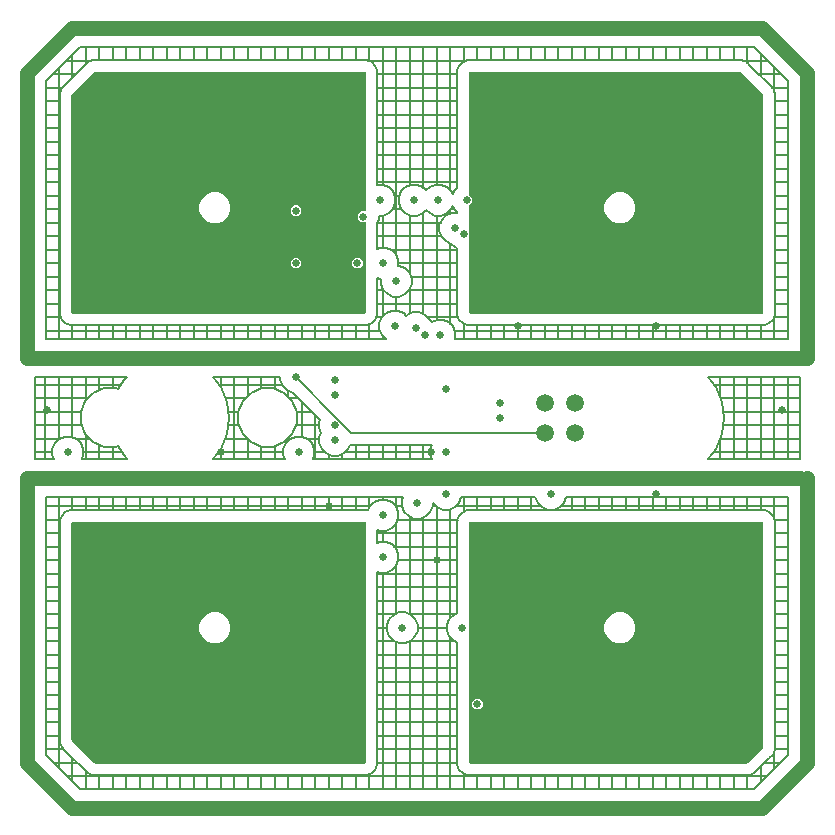
<source format=gbr>
G04 EAGLE Gerber X2 export*
%TF.Part,Single*%
%TF.FileFunction,Copper,L4,Bot,Mixed*%
%TF.FilePolarity,Positive*%
%TF.GenerationSoftware,Autodesk,EAGLE,8.6.0*%
%TF.CreationDate,2018-05-27T13:35:38Z*%
G75*
%MOMM*%
%FSLAX34Y34*%
%LPD*%
%AMOC8*
5,1,8,0,0,1.08239X$1,22.5*%
G01*
%ADD10C,0.654800*%
%ADD11C,1.500000*%
%ADD12C,0.152400*%
%ADD13C,1.270000*%
%ADD14C,0.177800*%

G36*
X628740Y56404D02*
X628740Y56404D01*
X628831Y56411D01*
X628861Y56423D01*
X628893Y56429D01*
X628973Y56471D01*
X629057Y56507D01*
X629089Y56533D01*
X629110Y56544D01*
X629132Y56567D01*
X629188Y56612D01*
X641888Y69312D01*
X641941Y69386D01*
X642001Y69455D01*
X642013Y69485D01*
X642032Y69511D01*
X642059Y69598D01*
X642093Y69683D01*
X642097Y69724D01*
X642104Y69747D01*
X642103Y69779D01*
X642111Y69850D01*
X642111Y260350D01*
X642108Y260370D01*
X642110Y260389D01*
X642088Y260491D01*
X642072Y260593D01*
X642062Y260610D01*
X642058Y260630D01*
X642005Y260719D01*
X641956Y260810D01*
X641942Y260824D01*
X641932Y260841D01*
X641853Y260908D01*
X641778Y260980D01*
X641760Y260988D01*
X641745Y261001D01*
X641649Y261040D01*
X641555Y261083D01*
X641535Y261085D01*
X641517Y261093D01*
X641350Y261111D01*
X393700Y261111D01*
X393680Y261108D01*
X393661Y261110D01*
X393559Y261088D01*
X393457Y261072D01*
X393440Y261062D01*
X393420Y261058D01*
X393331Y261005D01*
X393240Y260956D01*
X393226Y260942D01*
X393209Y260932D01*
X393142Y260853D01*
X393071Y260778D01*
X393062Y260760D01*
X393049Y260745D01*
X393010Y260649D01*
X392967Y260555D01*
X392965Y260535D01*
X392957Y260517D01*
X392939Y260350D01*
X392939Y57150D01*
X392942Y57130D01*
X392940Y57111D01*
X392962Y57009D01*
X392979Y56907D01*
X392988Y56890D01*
X392992Y56870D01*
X393045Y56781D01*
X393094Y56690D01*
X393108Y56676D01*
X393118Y56659D01*
X393197Y56592D01*
X393272Y56521D01*
X393290Y56512D01*
X393305Y56499D01*
X393401Y56460D01*
X393495Y56417D01*
X393515Y56415D01*
X393533Y56407D01*
X393700Y56389D01*
X628650Y56389D01*
X628740Y56404D01*
G37*
G36*
X304820Y56392D02*
X304820Y56392D01*
X304839Y56390D01*
X304941Y56412D01*
X305043Y56429D01*
X305060Y56438D01*
X305080Y56442D01*
X305169Y56495D01*
X305260Y56544D01*
X305274Y56558D01*
X305291Y56568D01*
X305358Y56647D01*
X305430Y56722D01*
X305438Y56740D01*
X305451Y56755D01*
X305490Y56851D01*
X305533Y56945D01*
X305535Y56965D01*
X305543Y56983D01*
X305561Y57150D01*
X305561Y260350D01*
X305558Y260370D01*
X305560Y260389D01*
X305538Y260491D01*
X305522Y260593D01*
X305512Y260610D01*
X305508Y260630D01*
X305455Y260719D01*
X305406Y260810D01*
X305392Y260824D01*
X305382Y260841D01*
X305303Y260908D01*
X305228Y260980D01*
X305210Y260988D01*
X305195Y261001D01*
X305099Y261040D01*
X305005Y261083D01*
X304985Y261085D01*
X304967Y261093D01*
X304800Y261111D01*
X57150Y261111D01*
X57130Y261108D01*
X57111Y261110D01*
X57009Y261088D01*
X56907Y261072D01*
X56890Y261062D01*
X56870Y261058D01*
X56781Y261005D01*
X56690Y260956D01*
X56676Y260942D01*
X56659Y260932D01*
X56592Y260853D01*
X56521Y260778D01*
X56512Y260760D01*
X56499Y260745D01*
X56460Y260649D01*
X56417Y260555D01*
X56415Y260535D01*
X56407Y260517D01*
X56389Y260350D01*
X56389Y76200D01*
X56404Y76110D01*
X56411Y76019D01*
X56423Y75989D01*
X56429Y75957D01*
X56471Y75877D01*
X56507Y75793D01*
X56533Y75761D01*
X56544Y75740D01*
X56567Y75718D01*
X56582Y75699D01*
X56587Y75690D01*
X56593Y75685D01*
X56612Y75662D01*
X75662Y56612D01*
X75736Y56559D01*
X75805Y56499D01*
X75835Y56487D01*
X75861Y56468D01*
X75948Y56441D01*
X76033Y56407D01*
X76074Y56403D01*
X76097Y56396D01*
X76129Y56397D01*
X76200Y56389D01*
X304800Y56389D01*
X304820Y56392D01*
G37*
G36*
X641370Y437392D02*
X641370Y437392D01*
X641389Y437390D01*
X641491Y437412D01*
X641593Y437429D01*
X641610Y437438D01*
X641630Y437442D01*
X641719Y437495D01*
X641810Y437544D01*
X641824Y437558D01*
X641841Y437568D01*
X641908Y437647D01*
X641980Y437722D01*
X641988Y437740D01*
X642001Y437755D01*
X642040Y437851D01*
X642083Y437945D01*
X642085Y437965D01*
X642093Y437983D01*
X642111Y438150D01*
X642111Y622300D01*
X642097Y622390D01*
X642089Y622481D01*
X642077Y622511D01*
X642072Y622543D01*
X642029Y622623D01*
X641993Y622707D01*
X641967Y622739D01*
X641956Y622760D01*
X641933Y622782D01*
X641888Y622838D01*
X622838Y641888D01*
X622764Y641941D01*
X622695Y642001D01*
X622665Y642013D01*
X622639Y642032D01*
X622552Y642059D01*
X622467Y642093D01*
X622426Y642097D01*
X622403Y642104D01*
X622371Y642103D01*
X622300Y642111D01*
X393700Y642111D01*
X393680Y642108D01*
X393661Y642110D01*
X393559Y642088D01*
X393457Y642072D01*
X393440Y642062D01*
X393420Y642058D01*
X393331Y642005D01*
X393240Y641956D01*
X393226Y641942D01*
X393209Y641932D01*
X393142Y641853D01*
X393071Y641778D01*
X393062Y641760D01*
X393049Y641745D01*
X393010Y641649D01*
X392967Y641555D01*
X392965Y641535D01*
X392957Y641517D01*
X392939Y641350D01*
X392939Y538364D01*
X392954Y538274D01*
X392961Y538183D01*
X392973Y538153D01*
X392979Y538121D01*
X393021Y538040D01*
X393057Y537956D01*
X393083Y537924D01*
X393094Y537904D01*
X393117Y537881D01*
X393162Y537826D01*
X395705Y535283D01*
X395705Y531517D01*
X393162Y528974D01*
X393109Y528901D01*
X393049Y528831D01*
X393037Y528801D01*
X393018Y528775D01*
X392991Y528688D01*
X392957Y528603D01*
X392953Y528562D01*
X392946Y528540D01*
X392947Y528507D01*
X392939Y528436D01*
X392939Y506879D01*
X392954Y506789D01*
X392961Y506698D01*
X392973Y506668D01*
X392979Y506636D01*
X393021Y506556D01*
X393057Y506472D01*
X393083Y506440D01*
X393094Y506419D01*
X393117Y506397D01*
X393162Y506341D01*
X393165Y506338D01*
X393165Y502573D01*
X393162Y502570D01*
X393109Y502496D01*
X393049Y502426D01*
X393037Y502396D01*
X393018Y502370D01*
X392991Y502283D01*
X392957Y502198D01*
X392953Y502157D01*
X392946Y502135D01*
X392947Y502103D01*
X392939Y502032D01*
X392939Y438150D01*
X392942Y438130D01*
X392940Y438111D01*
X392962Y438009D01*
X392979Y437907D01*
X392988Y437890D01*
X392992Y437870D01*
X393045Y437781D01*
X393094Y437690D01*
X393108Y437676D01*
X393118Y437659D01*
X393197Y437592D01*
X393272Y437521D01*
X393290Y437512D01*
X393305Y437499D01*
X393401Y437460D01*
X393495Y437417D01*
X393515Y437415D01*
X393533Y437407D01*
X393700Y437389D01*
X641350Y437389D01*
X641370Y437392D01*
G37*
G36*
X304820Y437392D02*
X304820Y437392D01*
X304839Y437390D01*
X304941Y437412D01*
X305043Y437429D01*
X305060Y437438D01*
X305080Y437442D01*
X305169Y437495D01*
X305260Y437544D01*
X305274Y437558D01*
X305291Y437568D01*
X305358Y437647D01*
X305430Y437722D01*
X305438Y437740D01*
X305451Y437755D01*
X305490Y437851D01*
X305533Y437945D01*
X305535Y437965D01*
X305543Y437983D01*
X305561Y438150D01*
X305561Y514153D01*
X305558Y514173D01*
X305560Y514193D01*
X305538Y514294D01*
X305522Y514396D01*
X305512Y514414D01*
X305508Y514433D01*
X305455Y514522D01*
X305406Y514613D01*
X305392Y514627D01*
X305382Y514644D01*
X305303Y514712D01*
X305228Y514783D01*
X305210Y514791D01*
X305195Y514804D01*
X305099Y514843D01*
X305005Y514886D01*
X304985Y514889D01*
X304967Y514896D01*
X304800Y514915D01*
X301647Y514915D01*
X298985Y517577D01*
X298985Y521342D01*
X301647Y524004D01*
X304800Y524004D01*
X304820Y524007D01*
X304839Y524005D01*
X304941Y524027D01*
X305043Y524044D01*
X305060Y524053D01*
X305080Y524057D01*
X305169Y524110D01*
X305260Y524159D01*
X305274Y524173D01*
X305291Y524183D01*
X305358Y524262D01*
X305430Y524337D01*
X305438Y524355D01*
X305451Y524370D01*
X305490Y524467D01*
X305533Y524560D01*
X305535Y524580D01*
X305543Y524599D01*
X305561Y524765D01*
X305561Y641350D01*
X305558Y641370D01*
X305560Y641389D01*
X305538Y641491D01*
X305522Y641593D01*
X305512Y641610D01*
X305508Y641630D01*
X305455Y641719D01*
X305406Y641810D01*
X305392Y641824D01*
X305382Y641841D01*
X305303Y641908D01*
X305228Y641980D01*
X305210Y641988D01*
X305195Y642001D01*
X305099Y642040D01*
X305005Y642083D01*
X304985Y642085D01*
X304967Y642093D01*
X304800Y642111D01*
X76200Y642111D01*
X76110Y642097D01*
X76019Y642089D01*
X75989Y642077D01*
X75957Y642072D01*
X75877Y642029D01*
X75793Y641993D01*
X75761Y641967D01*
X75740Y641956D01*
X75718Y641933D01*
X75662Y641888D01*
X56612Y622838D01*
X56559Y622764D01*
X56499Y622695D01*
X56487Y622665D01*
X56468Y622639D01*
X56441Y622552D01*
X56407Y622467D01*
X56403Y622426D01*
X56396Y622403D01*
X56397Y622371D01*
X56389Y622300D01*
X56389Y438150D01*
X56392Y438130D01*
X56390Y438111D01*
X56412Y438009D01*
X56429Y437907D01*
X56438Y437890D01*
X56442Y437870D01*
X56495Y437781D01*
X56544Y437690D01*
X56558Y437676D01*
X56568Y437659D01*
X56647Y437592D01*
X56722Y437521D01*
X56740Y437512D01*
X56755Y437499D01*
X56851Y437460D01*
X56945Y437417D01*
X56965Y437415D01*
X56983Y437407D01*
X57150Y437389D01*
X304800Y437389D01*
X304820Y437392D01*
G37*
%LPC*%
G36*
X175206Y514009D02*
X175206Y514009D01*
X170413Y515995D01*
X166745Y519663D01*
X164759Y524456D01*
X164759Y529644D01*
X166745Y534437D01*
X170413Y538105D01*
X175206Y540091D01*
X180394Y540091D01*
X185187Y538105D01*
X188855Y534437D01*
X190841Y529644D01*
X190841Y524456D01*
X188855Y519663D01*
X185187Y515995D01*
X180394Y514009D01*
X175206Y514009D01*
G37*
%LPD*%
%LPC*%
G36*
X518106Y514009D02*
X518106Y514009D01*
X513313Y515995D01*
X509645Y519663D01*
X507659Y524456D01*
X507659Y529644D01*
X509645Y534437D01*
X513313Y538105D01*
X518106Y540091D01*
X523294Y540091D01*
X528087Y538105D01*
X531755Y534437D01*
X533741Y529644D01*
X533741Y524456D01*
X531755Y519663D01*
X528087Y515995D01*
X523294Y514009D01*
X518106Y514009D01*
G37*
%LPD*%
%LPC*%
G36*
X518106Y158409D02*
X518106Y158409D01*
X513313Y160395D01*
X509645Y164063D01*
X507659Y168856D01*
X507659Y174044D01*
X509645Y178837D01*
X513313Y182505D01*
X518106Y184491D01*
X523294Y184491D01*
X528087Y182505D01*
X531755Y178837D01*
X533741Y174044D01*
X533741Y168856D01*
X531755Y164063D01*
X528087Y160395D01*
X523294Y158409D01*
X518106Y158409D01*
G37*
%LPD*%
%LPC*%
G36*
X175206Y158409D02*
X175206Y158409D01*
X170413Y160395D01*
X166745Y164063D01*
X164759Y168856D01*
X164759Y174044D01*
X166745Y178837D01*
X170413Y182505D01*
X175206Y184491D01*
X180394Y184491D01*
X185187Y182505D01*
X188855Y178837D01*
X190841Y174044D01*
X190841Y168856D01*
X188855Y164063D01*
X185187Y160395D01*
X180394Y158409D01*
X175206Y158409D01*
G37*
%LPD*%
%LPC*%
G36*
X244497Y519965D02*
X244497Y519965D01*
X241835Y522627D01*
X241835Y526393D01*
X244497Y529055D01*
X248263Y529055D01*
X250925Y526393D01*
X250925Y522627D01*
X248263Y519965D01*
X244497Y519965D01*
G37*
%LPD*%
%LPC*%
G36*
X296567Y475515D02*
X296567Y475515D01*
X293905Y478177D01*
X293905Y481943D01*
X296567Y484605D01*
X300333Y484605D01*
X302995Y481943D01*
X302995Y478177D01*
X300333Y475515D01*
X296567Y475515D01*
G37*
%LPD*%
%LPC*%
G36*
X244497Y475515D02*
X244497Y475515D01*
X241835Y478177D01*
X241835Y481943D01*
X244497Y484605D01*
X248263Y484605D01*
X250925Y481943D01*
X250925Y478177D01*
X248263Y475515D01*
X244497Y475515D01*
G37*
%LPD*%
%LPC*%
G36*
X398167Y102135D02*
X398167Y102135D01*
X395505Y104797D01*
X395505Y108563D01*
X398167Y111225D01*
X401933Y111225D01*
X404595Y108563D01*
X404595Y104797D01*
X401933Y102135D01*
X398167Y102135D01*
G37*
%LPD*%
D10*
X381000Y509457D03*
X336550Y171450D03*
X388620Y504455D03*
X387350Y171450D03*
X320040Y231140D03*
X373380Y284480D03*
X400050Y106680D03*
X373380Y320040D03*
X53340Y320040D03*
X248920Y320040D03*
X320040Y266700D03*
X320040Y480060D03*
X330200Y426720D03*
D11*
X482600Y336550D03*
D10*
X373380Y373380D03*
X391160Y533400D03*
X462280Y284480D03*
X303530Y519459D03*
X346445Y533400D03*
X331470Y464820D03*
X367056Y533400D03*
X347980Y425450D03*
X349230Y276880D03*
X298450Y480060D03*
X317500Y533400D03*
X246380Y524510D03*
X246380Y480060D03*
D11*
X457200Y336550D03*
D10*
X246154Y383540D03*
D12*
X281488Y348206D02*
X281598Y348206D01*
X281488Y348206D02*
X246154Y383540D01*
X293254Y336550D02*
X457200Y336550D01*
X293254Y336550D02*
X281598Y348206D01*
D13*
X57150Y679450D02*
X641350Y679450D01*
X679450Y641350D01*
X57150Y679450D02*
X19050Y641350D01*
X19050Y400050D01*
X76200Y400050D01*
X190500Y400050D01*
X279400Y400050D01*
X679450Y400050D01*
X679450Y641350D01*
D12*
X190500Y400050D02*
X189865Y399415D01*
X190500Y398780D01*
D10*
X279400Y381000D03*
X279400Y400050D03*
X419100Y361950D03*
X419100Y444500D03*
X279400Y342900D03*
X254000Y444500D03*
X279400Y330200D03*
X254000Y254000D03*
D13*
X57150Y19050D02*
X641350Y19050D01*
X57150Y19050D02*
X19050Y57150D01*
X19050Y298450D01*
X292100Y298450D01*
X673100Y298450D01*
X679450Y298450D02*
X679450Y57150D01*
X641350Y19050D01*
D10*
X279400Y368300D03*
X292100Y298450D03*
X419100Y349250D03*
X419100Y254000D03*
X355600Y419100D03*
X368300Y419100D03*
D11*
X457200Y361950D03*
X482600Y361950D03*
D14*
X475333Y282321D02*
X475333Y281884D01*
X475333Y282321D02*
X663321Y282321D01*
X663321Y63831D01*
X634669Y35179D01*
X63831Y35179D01*
X35179Y63831D01*
X35179Y282321D01*
X337355Y282321D01*
X336177Y279476D01*
X336177Y274284D01*
X338164Y269486D01*
X341836Y265814D01*
X346634Y263827D01*
X351826Y263827D01*
X356624Y265814D01*
X360296Y269486D01*
X362283Y274284D01*
X362283Y277161D01*
X362314Y277086D01*
X365986Y273414D01*
X370784Y271427D01*
X375976Y271427D01*
X380774Y273414D01*
X384446Y277086D01*
X386433Y281884D01*
X386433Y282321D01*
X449227Y282321D01*
X449227Y281884D01*
X451214Y277086D01*
X454886Y273414D01*
X459684Y271427D01*
X464876Y271427D01*
X469674Y273414D01*
X473346Y277086D01*
X475333Y281884D01*
X333093Y269296D02*
X333093Y264104D01*
X333093Y269296D02*
X331106Y274094D01*
X327434Y277766D01*
X322636Y279753D01*
X317444Y279753D01*
X312646Y277766D01*
X308974Y274094D01*
X307538Y270626D01*
X306897Y270891D01*
X55053Y270891D01*
X51179Y269286D01*
X48214Y266321D01*
X46609Y262447D01*
X46609Y74103D01*
X48214Y70229D01*
X51179Y67264D01*
X70229Y48214D01*
X74103Y46609D01*
X306897Y46609D01*
X310771Y48214D01*
X313736Y51179D01*
X315341Y55053D01*
X315341Y218958D01*
X317444Y218087D01*
X322636Y218087D01*
X327434Y220074D01*
X331106Y223746D01*
X333093Y228544D01*
X333093Y233736D01*
X331106Y238534D01*
X327434Y242206D01*
X322636Y244193D01*
X317444Y244193D01*
X315341Y243322D01*
X315341Y254518D01*
X317444Y253647D01*
X322636Y253647D01*
X327434Y255634D01*
X331106Y259306D01*
X333093Y264104D01*
X349603Y174046D02*
X349603Y168854D01*
X349603Y174046D02*
X347616Y178844D01*
X343944Y182516D01*
X339146Y184503D01*
X333954Y184503D01*
X329156Y182516D01*
X325484Y178844D01*
X323497Y174046D01*
X323497Y168854D01*
X325484Y164056D01*
X329156Y160384D01*
X333954Y158397D01*
X339146Y158397D01*
X343944Y160384D01*
X347616Y164056D01*
X349603Y168854D01*
X626553Y46609D02*
X630747Y46609D01*
X634621Y48214D01*
X647321Y60914D01*
X650286Y63879D01*
X651891Y67753D01*
X651891Y262447D01*
X650286Y266321D01*
X647321Y269286D01*
X643447Y270891D01*
X391603Y270891D01*
X387729Y269286D01*
X384764Y266321D01*
X383159Y262447D01*
X383159Y183842D01*
X379956Y182516D01*
X376284Y178844D01*
X374297Y174046D01*
X374297Y168854D01*
X376284Y164056D01*
X379956Y160384D01*
X383159Y159058D01*
X383159Y55053D01*
X384764Y51179D01*
X387729Y48214D01*
X391603Y46609D01*
X395797Y46609D01*
X626553Y46609D01*
X260786Y314579D02*
X261973Y317444D01*
X261973Y322636D01*
X259986Y327434D01*
X256314Y331106D01*
X251516Y333093D01*
X246324Y333093D01*
X241526Y331106D01*
X237854Y327434D01*
X235867Y322636D01*
X235867Y317444D01*
X237054Y314579D01*
X175885Y314579D01*
X182779Y323053D01*
X182779Y323053D01*
X188249Y335647D01*
X188249Y335647D01*
X190119Y349250D01*
X188249Y362853D01*
X188249Y362853D01*
X182779Y375447D01*
X182779Y375447D01*
X175885Y383921D01*
X233101Y383921D01*
X233101Y380944D01*
X235088Y376146D01*
X238760Y372474D01*
X243558Y370487D01*
X244300Y370487D01*
X267209Y347578D01*
X266347Y345496D01*
X266347Y340304D01*
X267902Y336550D01*
X266347Y332796D01*
X266347Y327604D01*
X268334Y322806D01*
X272006Y319134D01*
X276804Y317147D01*
X281996Y317147D01*
X286794Y319134D01*
X290466Y322806D01*
X291792Y326009D01*
X361724Y326009D01*
X360327Y322636D01*
X360327Y317444D01*
X361514Y314579D01*
X288892Y314579D01*
X260786Y314579D01*
X247029Y344321D02*
X247029Y354179D01*
X243257Y363286D01*
X236286Y370257D01*
X227179Y374029D01*
X217321Y374029D01*
X208214Y370257D01*
X201243Y363286D01*
X197471Y354179D01*
X197471Y344321D01*
X201243Y335214D01*
X208214Y328243D01*
X217321Y324471D01*
X227179Y324471D01*
X236286Y328243D01*
X243257Y335214D01*
X247029Y344321D01*
X601879Y323053D02*
X601879Y323053D01*
X607349Y335647D01*
X607349Y335647D01*
X609219Y349250D01*
X607349Y362853D01*
X607349Y362853D01*
X601879Y375447D01*
X601879Y375447D01*
X594985Y383921D01*
X673100Y383921D01*
X673100Y314579D01*
X594985Y314579D01*
X601879Y323053D01*
X187292Y416179D02*
X35179Y416179D01*
X35179Y634669D01*
X63831Y663321D01*
X634669Y663321D01*
X663321Y634669D01*
X663321Y416179D01*
X381219Y416179D01*
X381353Y416504D01*
X381353Y421696D01*
X379366Y426494D01*
X375694Y430166D01*
X370896Y432153D01*
X365704Y432153D01*
X361950Y430598D01*
X359567Y431585D01*
X359046Y432844D01*
X355374Y436516D01*
X350576Y438503D01*
X345384Y438503D01*
X340586Y436516D01*
X339725Y435655D01*
X337594Y437786D01*
X332796Y439773D01*
X327604Y439773D01*
X322806Y437786D01*
X319134Y434114D01*
X317147Y429316D01*
X317147Y424124D01*
X319134Y419326D01*
X322281Y416179D01*
X276192Y416179D01*
X187292Y416179D01*
X373606Y520522D02*
X378404Y522510D01*
X373606Y520522D02*
X369934Y516851D01*
X367947Y512053D01*
X367947Y506860D01*
X369934Y502063D01*
X373606Y498391D01*
X378077Y496539D01*
X381226Y493390D01*
X383159Y492589D01*
X383159Y436053D01*
X384764Y432179D01*
X387729Y429214D01*
X391603Y427609D01*
X643447Y427609D01*
X647321Y429214D01*
X650286Y432179D01*
X651891Y436053D01*
X651891Y624397D01*
X650286Y628271D01*
X631236Y647321D01*
X631236Y647321D01*
X628271Y650286D01*
X624397Y651891D01*
X391603Y651891D01*
X387729Y650286D01*
X384764Y647321D01*
X383159Y643447D01*
X383159Y543859D01*
X380094Y540794D01*
X379108Y538413D01*
X378122Y540794D01*
X374450Y544466D01*
X369652Y546453D01*
X364460Y546453D01*
X359662Y544466D01*
X356750Y541554D01*
X353839Y544466D01*
X349041Y546453D01*
X343848Y546453D01*
X339051Y544466D01*
X335379Y540794D01*
X333392Y535996D01*
X333392Y530804D01*
X335379Y526006D01*
X339051Y522334D01*
X343848Y520347D01*
X349041Y520347D01*
X353839Y522334D01*
X356750Y525246D01*
X359662Y522334D01*
X364460Y520347D01*
X369652Y520347D01*
X374450Y522334D01*
X378122Y526006D01*
X379108Y528387D01*
X380094Y526006D01*
X383159Y522941D01*
X383159Y522510D01*
X378404Y522510D01*
X316583Y520347D02*
X316583Y516863D01*
X316583Y520347D02*
X320096Y520347D01*
X324894Y522334D01*
X328566Y526006D01*
X330553Y530804D01*
X330553Y535996D01*
X328566Y540794D01*
X324894Y544466D01*
X320096Y546453D01*
X315341Y546453D01*
X315341Y643447D01*
X313736Y647321D01*
X310771Y650286D01*
X306897Y651891D01*
X74103Y651891D01*
X70229Y650286D01*
X48214Y628271D01*
X46609Y624397D01*
X46609Y436053D01*
X48214Y432179D01*
X51179Y429214D01*
X55053Y427609D01*
X306897Y427609D01*
X310771Y429214D01*
X313736Y432179D01*
X315341Y436053D01*
X315341Y467878D01*
X317444Y467007D01*
X318417Y467007D01*
X318417Y462224D01*
X320404Y457426D01*
X324076Y453754D01*
X328874Y451767D01*
X334066Y451767D01*
X338864Y453754D01*
X342536Y457426D01*
X344523Y462224D01*
X344523Y467416D01*
X342536Y472214D01*
X338864Y475886D01*
X334066Y477873D01*
X333093Y477873D01*
X333093Y482656D01*
X331106Y487454D01*
X327434Y491126D01*
X322636Y493113D01*
X317444Y493113D01*
X315341Y492242D01*
X315341Y513864D01*
X316583Y516863D01*
X103643Y383921D02*
X25400Y383921D01*
X100589Y381069D02*
X103643Y383921D01*
X100589Y381069D02*
X100589Y381069D01*
X95810Y373209D01*
X93829Y374029D01*
X83971Y374029D01*
X74864Y370257D01*
X67893Y363286D01*
X64121Y354179D01*
X64121Y344321D01*
X67893Y335214D01*
X74864Y328243D01*
X83971Y324471D01*
X93829Y324471D01*
X95810Y325291D01*
X100589Y317431D01*
X100589Y317431D01*
X100589Y317431D01*
X103643Y314579D01*
X65206Y314579D01*
X66393Y317444D01*
X66393Y322636D01*
X64406Y327434D01*
X60734Y331106D01*
X55936Y333093D01*
X50744Y333093D01*
X45946Y331106D01*
X42274Y327434D01*
X40287Y322636D01*
X40287Y317444D01*
X41474Y314579D01*
X25400Y314579D01*
X25400Y383921D01*
X53290Y45720D02*
X645210Y45720D01*
X61293Y57150D02*
X41860Y57150D01*
X315341Y57150D02*
X383159Y57150D01*
X643557Y57150D02*
X656640Y57150D01*
X49863Y68580D02*
X35179Y68580D01*
X315341Y68580D02*
X383159Y68580D01*
X651891Y68580D02*
X663321Y68580D01*
X46609Y80010D02*
X35179Y80010D01*
X315341Y80010D02*
X383159Y80010D01*
X651891Y80010D02*
X663321Y80010D01*
X46609Y91440D02*
X35179Y91440D01*
X315341Y91440D02*
X383159Y91440D01*
X651891Y91440D02*
X663321Y91440D01*
X46609Y102870D02*
X35179Y102870D01*
X315341Y102870D02*
X383159Y102870D01*
X651891Y102870D02*
X663321Y102870D01*
X46609Y114300D02*
X35179Y114300D01*
X315341Y114300D02*
X383159Y114300D01*
X651891Y114300D02*
X663321Y114300D01*
X46609Y125730D02*
X35179Y125730D01*
X315341Y125730D02*
X383159Y125730D01*
X651891Y125730D02*
X663321Y125730D01*
X46609Y137160D02*
X35179Y137160D01*
X315341Y137160D02*
X383159Y137160D01*
X651891Y137160D02*
X663321Y137160D01*
X46609Y148590D02*
X35179Y148590D01*
X315341Y148590D02*
X383159Y148590D01*
X651891Y148590D02*
X663321Y148590D01*
X46609Y160020D02*
X35179Y160020D01*
X315341Y160020D02*
X330035Y160020D01*
X343065Y160020D02*
X380835Y160020D01*
X651891Y160020D02*
X663321Y160020D01*
X46609Y171450D02*
X35179Y171450D01*
X315341Y171450D02*
X323497Y171450D01*
X349603Y171450D02*
X374297Y171450D01*
X651891Y171450D02*
X663321Y171450D01*
X46609Y182880D02*
X35179Y182880D01*
X315341Y182880D02*
X330035Y182880D01*
X343065Y182880D02*
X380835Y182880D01*
X651891Y182880D02*
X663321Y182880D01*
X46609Y194310D02*
X35179Y194310D01*
X315341Y194310D02*
X383159Y194310D01*
X651891Y194310D02*
X663321Y194310D01*
X46609Y205740D02*
X35179Y205740D01*
X315341Y205740D02*
X383159Y205740D01*
X651891Y205740D02*
X663321Y205740D01*
X46609Y217170D02*
X35179Y217170D01*
X315341Y217170D02*
X383159Y217170D01*
X651891Y217170D02*
X663321Y217170D01*
X46609Y228600D02*
X35179Y228600D01*
X333093Y228600D02*
X383159Y228600D01*
X651891Y228600D02*
X663321Y228600D01*
X46609Y240030D02*
X35179Y240030D01*
X329610Y240030D02*
X383159Y240030D01*
X651891Y240030D02*
X663321Y240030D01*
X46609Y251460D02*
X35179Y251460D01*
X315341Y251460D02*
X383159Y251460D01*
X651891Y251460D02*
X663321Y251460D01*
X46793Y262890D02*
X35179Y262890D01*
X332590Y262890D02*
X383343Y262890D01*
X651707Y262890D02*
X663321Y262890D01*
X309200Y274320D02*
X35179Y274320D01*
X330880Y274320D02*
X336177Y274320D01*
X362283Y274320D02*
X365080Y274320D01*
X381680Y274320D02*
X453980Y274320D01*
X470580Y274320D02*
X663321Y274320D01*
X40287Y320040D02*
X25400Y320040D01*
X66393Y320040D02*
X99003Y320040D01*
X180328Y320040D02*
X235867Y320040D01*
X261973Y320040D02*
X271100Y320040D01*
X287700Y320040D02*
X360327Y320040D01*
X599428Y320040D02*
X673100Y320040D01*
X46825Y331470D02*
X25400Y331470D01*
X59855Y331470D02*
X71637Y331470D01*
X186435Y331470D02*
X204987Y331470D01*
X239513Y331470D02*
X242405Y331470D01*
X255435Y331470D02*
X266347Y331470D01*
X605535Y331470D02*
X673100Y331470D01*
X64710Y342900D02*
X25400Y342900D01*
X189246Y342900D02*
X198060Y342900D01*
X246440Y342900D02*
X266347Y342900D01*
X608346Y342900D02*
X673100Y342900D01*
X64184Y354330D02*
X25400Y354330D01*
X189421Y354330D02*
X197534Y354330D01*
X246966Y354330D02*
X260457Y354330D01*
X608521Y354330D02*
X673100Y354330D01*
X70367Y365760D02*
X25400Y365760D01*
X186987Y365760D02*
X203717Y365760D01*
X240783Y365760D02*
X249027Y365760D01*
X606087Y365760D02*
X673100Y365760D01*
X98231Y377190D02*
X25400Y377190D01*
X181361Y377190D02*
X234656Y377190D01*
X600461Y377190D02*
X673100Y377190D01*
X317650Y422910D02*
X35179Y422910D01*
X380850Y422910D02*
X663321Y422910D01*
X47319Y434340D02*
X35179Y434340D01*
X314631Y434340D02*
X319360Y434340D01*
X357550Y434340D02*
X383869Y434340D01*
X651181Y434340D02*
X663321Y434340D01*
X46609Y445770D02*
X35179Y445770D01*
X315341Y445770D02*
X383159Y445770D01*
X651891Y445770D02*
X663321Y445770D01*
X46609Y457200D02*
X35179Y457200D01*
X315341Y457200D02*
X320630Y457200D01*
X342310Y457200D02*
X383159Y457200D01*
X651891Y457200D02*
X663321Y457200D01*
X46609Y468630D02*
X35179Y468630D01*
X344020Y468630D02*
X383159Y468630D01*
X651891Y468630D02*
X663321Y468630D01*
X46609Y480060D02*
X35179Y480060D01*
X333093Y480060D02*
X383159Y480060D01*
X651891Y480060D02*
X663321Y480060D01*
X46609Y491490D02*
X35179Y491490D01*
X326555Y491490D02*
X383159Y491490D01*
X651891Y491490D02*
X663321Y491490D01*
X46609Y502920D02*
X35179Y502920D01*
X315341Y502920D02*
X369579Y502920D01*
X651891Y502920D02*
X663321Y502920D01*
X46609Y514350D02*
X35179Y514350D01*
X315542Y514350D02*
X368898Y514350D01*
X651891Y514350D02*
X663321Y514350D01*
X46609Y525780D02*
X35179Y525780D01*
X328340Y525780D02*
X335605Y525780D01*
X377896Y525780D02*
X380320Y525780D01*
X651891Y525780D02*
X663321Y525780D01*
X46609Y537210D02*
X35179Y537210D01*
X330050Y537210D02*
X333894Y537210D01*
X651891Y537210D02*
X663321Y537210D01*
X46609Y548640D02*
X35179Y548640D01*
X315341Y548640D02*
X383159Y548640D01*
X651891Y548640D02*
X663321Y548640D01*
X46609Y560070D02*
X35179Y560070D01*
X315341Y560070D02*
X383159Y560070D01*
X651891Y560070D02*
X663321Y560070D01*
X46609Y571500D02*
X35179Y571500D01*
X315341Y571500D02*
X383159Y571500D01*
X651891Y571500D02*
X663321Y571500D01*
X46609Y582930D02*
X35179Y582930D01*
X315341Y582930D02*
X383159Y582930D01*
X651891Y582930D02*
X663321Y582930D01*
X46609Y594360D02*
X35179Y594360D01*
X315341Y594360D02*
X383159Y594360D01*
X651891Y594360D02*
X663321Y594360D01*
X46609Y605790D02*
X35179Y605790D01*
X315341Y605790D02*
X383159Y605790D01*
X651891Y605790D02*
X663321Y605790D01*
X46609Y617220D02*
X35179Y617220D01*
X315341Y617220D02*
X383159Y617220D01*
X651891Y617220D02*
X663321Y617220D01*
X48593Y628650D02*
X35179Y628650D01*
X315341Y628650D02*
X383159Y628650D01*
X649907Y628650D02*
X663321Y628650D01*
X60023Y640080D02*
X40590Y640080D01*
X315341Y640080D02*
X383159Y640080D01*
X638477Y640080D02*
X657910Y640080D01*
X73184Y651510D02*
X52020Y651510D01*
X307816Y651510D02*
X390684Y651510D01*
X625316Y651510D02*
X646480Y651510D01*
X635050Y662940D02*
X63450Y662940D01*
X34290Y383921D02*
X34290Y314579D01*
X45720Y282321D02*
X45720Y53290D01*
X45720Y330880D02*
X45720Y383921D01*
X45720Y416179D02*
X45720Y645210D01*
X57150Y61293D02*
X57150Y41860D01*
X57150Y270891D02*
X57150Y282321D01*
X57150Y332590D02*
X57150Y383921D01*
X57150Y416179D02*
X57150Y427609D01*
X57150Y637207D02*
X57150Y656640D01*
X68580Y49863D02*
X68580Y35179D01*
X68580Y270891D02*
X68580Y282321D01*
X68580Y314579D02*
X68580Y334527D01*
X68580Y363973D02*
X68580Y383921D01*
X68580Y416179D02*
X68580Y427609D01*
X68580Y648637D02*
X68580Y663321D01*
X80010Y46609D02*
X80010Y35179D01*
X80010Y270891D02*
X80010Y282321D01*
X80010Y314579D02*
X80010Y326112D01*
X80010Y372388D02*
X80010Y383921D01*
X80010Y416179D02*
X80010Y427609D01*
X80010Y651891D02*
X80010Y663321D01*
X91440Y46609D02*
X91440Y35179D01*
X91440Y270891D02*
X91440Y282321D01*
X91440Y314579D02*
X91440Y324471D01*
X91440Y374029D02*
X91440Y383921D01*
X91440Y416179D02*
X91440Y427609D01*
X91440Y651891D02*
X91440Y663321D01*
X102870Y46609D02*
X102870Y35179D01*
X102870Y270891D02*
X102870Y282321D01*
X102870Y314579D02*
X102870Y315301D01*
X102870Y383199D02*
X102870Y383921D01*
X102870Y416179D02*
X102870Y427609D01*
X102870Y651891D02*
X102870Y663321D01*
X114300Y46609D02*
X114300Y35179D01*
X114300Y270891D02*
X114300Y282321D01*
X114300Y416179D02*
X114300Y427609D01*
X114300Y651891D02*
X114300Y663321D01*
X125730Y46609D02*
X125730Y35179D01*
X125730Y270891D02*
X125730Y282321D01*
X125730Y416179D02*
X125730Y427609D01*
X125730Y651891D02*
X125730Y663321D01*
X137160Y46609D02*
X137160Y35179D01*
X137160Y270891D02*
X137160Y282321D01*
X137160Y416179D02*
X137160Y427609D01*
X137160Y651891D02*
X137160Y663321D01*
X148590Y46609D02*
X148590Y35179D01*
X148590Y270891D02*
X148590Y282321D01*
X148590Y416179D02*
X148590Y427609D01*
X148590Y651891D02*
X148590Y663321D01*
X160020Y46609D02*
X160020Y35179D01*
X160020Y270891D02*
X160020Y282321D01*
X160020Y416179D02*
X160020Y427609D01*
X160020Y651891D02*
X160020Y663321D01*
X171450Y46609D02*
X171450Y35179D01*
X171450Y270891D02*
X171450Y282321D01*
X171450Y416179D02*
X171450Y427609D01*
X171450Y651891D02*
X171450Y663321D01*
X182880Y46609D02*
X182880Y35179D01*
X182880Y270891D02*
X182880Y282321D01*
X182880Y314579D02*
X182880Y323286D01*
X182880Y375214D02*
X182880Y383921D01*
X182880Y416179D02*
X182880Y427609D01*
X182880Y651891D02*
X182880Y663321D01*
X194310Y46609D02*
X194310Y35179D01*
X194310Y270891D02*
X194310Y282321D01*
X194310Y314579D02*
X194310Y383921D01*
X194310Y416179D02*
X194310Y427609D01*
X194310Y651891D02*
X194310Y663321D01*
X205740Y46609D02*
X205740Y35179D01*
X205740Y270891D02*
X205740Y282321D01*
X205740Y314579D02*
X205740Y330717D01*
X205740Y367783D02*
X205740Y383921D01*
X205740Y416179D02*
X205740Y427609D01*
X205740Y651891D02*
X205740Y663321D01*
X217170Y46609D02*
X217170Y35179D01*
X217170Y270891D02*
X217170Y282321D01*
X217170Y314579D02*
X217170Y324534D01*
X217170Y373966D02*
X217170Y383921D01*
X217170Y416179D02*
X217170Y427609D01*
X217170Y651891D02*
X217170Y663321D01*
X228600Y46609D02*
X228600Y35179D01*
X228600Y270891D02*
X228600Y282321D01*
X228600Y314579D02*
X228600Y325060D01*
X228600Y373440D02*
X228600Y383921D01*
X228600Y416179D02*
X228600Y427609D01*
X228600Y651891D02*
X228600Y663321D01*
X240030Y46609D02*
X240030Y35179D01*
X240030Y270891D02*
X240030Y282321D01*
X240030Y329610D02*
X240030Y331987D01*
X240030Y366513D02*
X240030Y371948D01*
X240030Y416179D02*
X240030Y427609D01*
X240030Y651891D02*
X240030Y663321D01*
X251460Y46609D02*
X251460Y35179D01*
X251460Y270891D02*
X251460Y282321D01*
X251460Y333093D02*
X251460Y363327D01*
X251460Y416179D02*
X251460Y427609D01*
X251460Y651891D02*
X251460Y663321D01*
X262890Y46609D02*
X262890Y35179D01*
X262890Y270891D02*
X262890Y282321D01*
X262890Y314579D02*
X262890Y351897D01*
X262890Y416179D02*
X262890Y427609D01*
X262890Y651891D02*
X262890Y663321D01*
X274320Y46609D02*
X274320Y35179D01*
X274320Y270891D02*
X274320Y282321D01*
X274320Y314579D02*
X274320Y318176D01*
X274320Y416179D02*
X274320Y427609D01*
X274320Y651891D02*
X274320Y663321D01*
X285750Y46609D02*
X285750Y35179D01*
X285750Y270891D02*
X285750Y282321D01*
X285750Y314579D02*
X285750Y318702D01*
X285750Y416179D02*
X285750Y427609D01*
X285750Y651891D02*
X285750Y663321D01*
X297180Y46609D02*
X297180Y35179D01*
X297180Y270891D02*
X297180Y282321D01*
X297180Y314579D02*
X297180Y326009D01*
X297180Y416179D02*
X297180Y427609D01*
X297180Y651891D02*
X297180Y663321D01*
X308610Y47319D02*
X308610Y35179D01*
X308610Y273215D02*
X308610Y282321D01*
X308610Y314579D02*
X308610Y326009D01*
X308610Y416179D02*
X308610Y428319D01*
X308610Y651181D02*
X308610Y663321D01*
X320040Y218087D02*
X320040Y35179D01*
X320040Y244193D02*
X320040Y253647D01*
X320040Y279753D02*
X320040Y282321D01*
X320040Y314579D02*
X320040Y326009D01*
X320040Y416179D02*
X320040Y418420D01*
X320040Y435020D02*
X320040Y458305D01*
X320040Y493113D02*
X320040Y520347D01*
X320040Y546453D02*
X320040Y663321D01*
X331470Y159426D02*
X331470Y35179D01*
X331470Y183474D02*
X331470Y224625D01*
X331470Y237655D02*
X331470Y260185D01*
X331470Y273215D02*
X331470Y282321D01*
X331470Y314579D02*
X331470Y326009D01*
X331470Y439773D02*
X331470Y451767D01*
X331470Y486575D02*
X331470Y663321D01*
X342900Y159952D02*
X342900Y35179D01*
X342900Y182948D02*
X342900Y265374D01*
X342900Y314579D02*
X342900Y326009D01*
X342900Y437474D02*
X342900Y458305D01*
X342900Y471335D02*
X342900Y520740D01*
X342900Y546060D02*
X342900Y663321D01*
X354330Y264864D02*
X354330Y35179D01*
X354330Y314579D02*
X354330Y326009D01*
X354330Y436948D02*
X354330Y522826D01*
X354330Y543974D02*
X354330Y663321D01*
X365760Y273640D02*
X365760Y35179D01*
X365760Y432153D02*
X365760Y520347D01*
X365760Y546453D02*
X365760Y663321D01*
X377190Y163150D02*
X377190Y35179D01*
X377190Y179750D02*
X377190Y271930D01*
X377190Y428670D02*
X377190Y496906D01*
X377190Y522007D02*
X377190Y525074D01*
X377190Y541726D02*
X377190Y663321D01*
X388620Y47845D02*
X388620Y35179D01*
X388620Y269655D02*
X388620Y282321D01*
X388620Y416179D02*
X388620Y428845D01*
X388620Y650655D02*
X388620Y663321D01*
X400050Y46609D02*
X400050Y35179D01*
X400050Y270891D02*
X400050Y282321D01*
X400050Y416179D02*
X400050Y427609D01*
X400050Y651891D02*
X400050Y663321D01*
X411480Y46609D02*
X411480Y35179D01*
X411480Y270891D02*
X411480Y282321D01*
X411480Y416179D02*
X411480Y427609D01*
X411480Y651891D02*
X411480Y663321D01*
X422910Y46609D02*
X422910Y35179D01*
X422910Y270891D02*
X422910Y282321D01*
X422910Y416179D02*
X422910Y427609D01*
X422910Y651891D02*
X422910Y663321D01*
X434340Y46609D02*
X434340Y35179D01*
X434340Y270891D02*
X434340Y282321D01*
X434340Y416179D02*
X434340Y427609D01*
X434340Y651891D02*
X434340Y663321D01*
X445770Y46609D02*
X445770Y35179D01*
X445770Y270891D02*
X445770Y282321D01*
X445770Y416179D02*
X445770Y427609D01*
X445770Y651891D02*
X445770Y663321D01*
X457200Y46609D02*
X457200Y35179D01*
X457200Y270891D02*
X457200Y272456D01*
X457200Y416179D02*
X457200Y427609D01*
X457200Y651891D02*
X457200Y663321D01*
X468630Y46609D02*
X468630Y35179D01*
X468630Y270891D02*
X468630Y272982D01*
X468630Y416179D02*
X468630Y427609D01*
X468630Y651891D02*
X468630Y663321D01*
X480060Y46609D02*
X480060Y35179D01*
X480060Y270891D02*
X480060Y282321D01*
X480060Y416179D02*
X480060Y427609D01*
X480060Y651891D02*
X480060Y663321D01*
X491490Y46609D02*
X491490Y35179D01*
X491490Y270891D02*
X491490Y282321D01*
X491490Y416179D02*
X491490Y427609D01*
X491490Y651891D02*
X491490Y663321D01*
X502920Y46609D02*
X502920Y35179D01*
X502920Y270891D02*
X502920Y282321D01*
X502920Y416179D02*
X502920Y427609D01*
X502920Y651891D02*
X502920Y663321D01*
X514350Y46609D02*
X514350Y35179D01*
X514350Y270891D02*
X514350Y282321D01*
X514350Y416179D02*
X514350Y427609D01*
X514350Y651891D02*
X514350Y663321D01*
X525780Y46609D02*
X525780Y35179D01*
X525780Y270891D02*
X525780Y282321D01*
X525780Y416179D02*
X525780Y427609D01*
X525780Y651891D02*
X525780Y663321D01*
X537210Y46609D02*
X537210Y35179D01*
X537210Y270891D02*
X537210Y282321D01*
X537210Y416179D02*
X537210Y427609D01*
X537210Y651891D02*
X537210Y663321D01*
X548640Y46609D02*
X548640Y35179D01*
X548640Y270891D02*
X548640Y282321D01*
X548640Y416179D02*
X548640Y427609D01*
X548640Y651891D02*
X548640Y663321D01*
X560070Y46609D02*
X560070Y35179D01*
X560070Y270891D02*
X560070Y282321D01*
X560070Y416179D02*
X560070Y427609D01*
X560070Y651891D02*
X560070Y663321D01*
X571500Y46609D02*
X571500Y35179D01*
X571500Y270891D02*
X571500Y282321D01*
X571500Y416179D02*
X571500Y427609D01*
X571500Y651891D02*
X571500Y663321D01*
X582930Y46609D02*
X582930Y35179D01*
X582930Y270891D02*
X582930Y282321D01*
X582930Y416179D02*
X582930Y427609D01*
X582930Y651891D02*
X582930Y663321D01*
X594360Y46609D02*
X594360Y35179D01*
X594360Y270891D02*
X594360Y282321D01*
X594360Y416179D02*
X594360Y427609D01*
X594360Y651891D02*
X594360Y663321D01*
X605790Y46609D02*
X605790Y35179D01*
X605790Y270891D02*
X605790Y282321D01*
X605790Y314579D02*
X605790Y332057D01*
X605790Y366443D02*
X605790Y383921D01*
X605790Y416179D02*
X605790Y427609D01*
X605790Y651891D02*
X605790Y663321D01*
X617220Y46609D02*
X617220Y35179D01*
X617220Y270891D02*
X617220Y282321D01*
X617220Y314579D02*
X617220Y383921D01*
X617220Y416179D02*
X617220Y427609D01*
X617220Y651891D02*
X617220Y663321D01*
X628650Y46609D02*
X628650Y35179D01*
X628650Y270891D02*
X628650Y282321D01*
X628650Y314579D02*
X628650Y383921D01*
X628650Y416179D02*
X628650Y427609D01*
X628650Y649907D02*
X628650Y663321D01*
X640080Y53673D02*
X640080Y40590D01*
X640080Y270891D02*
X640080Y282321D01*
X640080Y314579D02*
X640080Y383921D01*
X640080Y416179D02*
X640080Y427609D01*
X640080Y638477D02*
X640080Y657910D01*
X651510Y66834D02*
X651510Y52020D01*
X651510Y263366D02*
X651510Y282321D01*
X651510Y314579D02*
X651510Y383921D01*
X651510Y416179D02*
X651510Y435134D01*
X651510Y625316D02*
X651510Y646480D01*
X662940Y282321D02*
X662940Y63450D01*
X662940Y314579D02*
X662940Y383921D01*
X662940Y416179D02*
X662940Y635050D01*
D10*
X360680Y320040D03*
X182880Y320040D03*
X551180Y284480D03*
X551180Y426720D03*
X274320Y274320D03*
X434340Y426720D03*
X657860Y355600D03*
X35560Y355600D03*
X365760Y228600D03*
M02*

</source>
